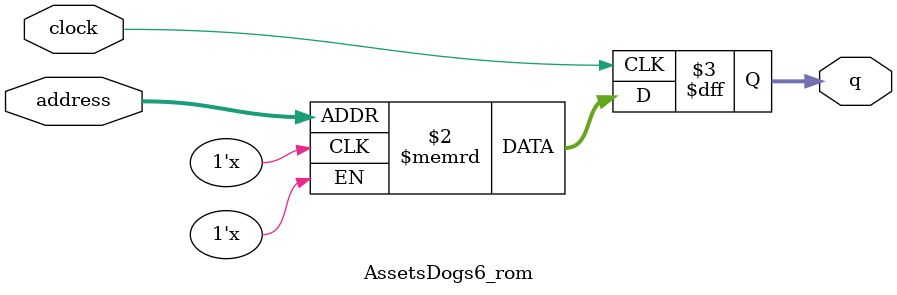
<source format=sv>
module AssetsDogs6_rom (
	input logic clock,
	input logic [13:0] address,
	output logic [3:0] q
);

logic [3:0] memory [0:10559] /* synthesis ram_init_file = "./AssetsDogs7/AssetsDogs7.mif" */;

always_ff @ (posedge clock) begin
	q <= memory[address];
end

endmodule

</source>
